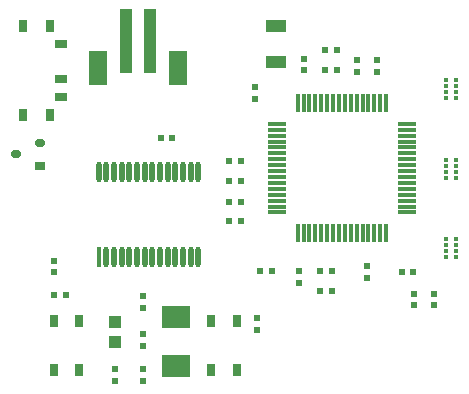
<source format=gtp>
G04*
G04 #@! TF.GenerationSoftware,Altium Limited,Altium Designer,18.1.9 (240)*
G04*
G04 Layer_Color=8421504*
%FSLAX25Y25*%
%MOIN*%
G70*
G01*
G75*
%ADD15R,0.06693X0.04331*%
%ADD16R,0.02362X0.02362*%
%ADD17R,0.02362X0.02362*%
%ADD18R,0.09449X0.07480*%
%ADD19R,0.01181X0.06299*%
%ADD20R,0.06299X0.01181*%
%ADD21R,0.01772X0.06890*%
%ADD22O,0.01772X0.06890*%
%ADD23R,0.01575X0.01181*%
%ADD24R,0.02559X0.04134*%
%ADD25R,0.03937X0.04331*%
%ADD26R,0.03543X0.02756*%
%ADD27O,0.03543X0.02756*%
%ADD28R,0.04331X0.02756*%
%ADD29R,0.03150X0.03937*%
%ADD30R,0.06299X0.11811*%
%ADD31R,0.03937X0.21654*%
D15*
X92913Y125197D02*
D03*
Y112992D02*
D03*
D16*
X107480Y43307D02*
D03*
X111417D02*
D03*
X107480Y36614D02*
D03*
X111417D02*
D03*
X87402Y43504D02*
D03*
X91339D02*
D03*
X112992Y116929D02*
D03*
X109055D02*
D03*
X112992Y110236D02*
D03*
X109055D02*
D03*
X58268Y87795D02*
D03*
X54331D02*
D03*
X134646Y42913D02*
D03*
X138583D02*
D03*
X81102Y59921D02*
D03*
X77165D02*
D03*
X81102Y73228D02*
D03*
X77165D02*
D03*
X81102Y66535D02*
D03*
X77165D02*
D03*
Y79921D02*
D03*
X81102D02*
D03*
X22835Y35433D02*
D03*
X18898D02*
D03*
D17*
X145571Y31890D02*
D03*
Y35827D02*
D03*
X100394Y39370D02*
D03*
Y43307D02*
D03*
X126378Y113779D02*
D03*
Y109843D02*
D03*
X119685Y113779D02*
D03*
Y109843D02*
D03*
X101969Y114173D02*
D03*
Y110236D02*
D03*
X85827Y100787D02*
D03*
Y104724D02*
D03*
X48425Y34882D02*
D03*
Y30945D02*
D03*
Y6693D02*
D03*
Y10630D02*
D03*
X138878Y31890D02*
D03*
Y35827D02*
D03*
X123228Y44882D02*
D03*
Y40945D02*
D03*
X18898Y42913D02*
D03*
Y46850D02*
D03*
X86614Y23622D02*
D03*
Y27559D02*
D03*
X38976Y6693D02*
D03*
Y10630D02*
D03*
X48524Y18504D02*
D03*
Y22441D02*
D03*
D18*
X59449Y27953D02*
D03*
Y11811D02*
D03*
D19*
X129527Y56102D02*
D03*
X127559D02*
D03*
X125591D02*
D03*
X123622D02*
D03*
X121653D02*
D03*
X119685D02*
D03*
X117717D02*
D03*
X115748D02*
D03*
X113779D02*
D03*
X111811D02*
D03*
X109843D02*
D03*
X107874D02*
D03*
X105905D02*
D03*
X103937D02*
D03*
X101969D02*
D03*
X100000D02*
D03*
Y99213D02*
D03*
X101969D02*
D03*
X103937D02*
D03*
X105905D02*
D03*
X107874D02*
D03*
X109843D02*
D03*
X111811D02*
D03*
X113779D02*
D03*
X115748D02*
D03*
X117717D02*
D03*
X119685D02*
D03*
X121653D02*
D03*
X123622D02*
D03*
X125591D02*
D03*
X127559D02*
D03*
X129527D02*
D03*
D20*
X93209Y62894D02*
D03*
Y64862D02*
D03*
Y66831D02*
D03*
Y68799D02*
D03*
Y70768D02*
D03*
Y72736D02*
D03*
Y74705D02*
D03*
Y76673D02*
D03*
Y78642D02*
D03*
Y80610D02*
D03*
Y82579D02*
D03*
Y84547D02*
D03*
Y86516D02*
D03*
Y88484D02*
D03*
Y90453D02*
D03*
Y92421D02*
D03*
X136319D02*
D03*
Y90453D02*
D03*
Y88484D02*
D03*
Y86516D02*
D03*
Y84547D02*
D03*
Y82579D02*
D03*
Y80610D02*
D03*
Y78642D02*
D03*
Y76673D02*
D03*
Y74705D02*
D03*
Y72736D02*
D03*
Y70768D02*
D03*
Y68799D02*
D03*
Y66831D02*
D03*
Y64862D02*
D03*
Y62894D02*
D03*
D21*
X33661Y48031D02*
D03*
D22*
X36220D02*
D03*
X38780D02*
D03*
X41339D02*
D03*
X43898D02*
D03*
X46457D02*
D03*
X49016D02*
D03*
X51575D02*
D03*
X54134D02*
D03*
X56693D02*
D03*
X59252D02*
D03*
X61811D02*
D03*
X64370D02*
D03*
X66929D02*
D03*
X33661Y76378D02*
D03*
X36220D02*
D03*
X38780D02*
D03*
X41339D02*
D03*
X43898D02*
D03*
X46457D02*
D03*
X49016D02*
D03*
X51575D02*
D03*
X54134D02*
D03*
X56693D02*
D03*
X59252D02*
D03*
X61811D02*
D03*
X64370D02*
D03*
X66929D02*
D03*
D23*
X149606Y76378D02*
D03*
X152756D02*
D03*
Y74410D02*
D03*
X149606D02*
D03*
Y78347D02*
D03*
X152756D02*
D03*
Y80315D02*
D03*
X149606D02*
D03*
Y50000D02*
D03*
X152756D02*
D03*
Y48031D02*
D03*
X149606D02*
D03*
Y51968D02*
D03*
X152756D02*
D03*
Y53937D02*
D03*
X149606D02*
D03*
X149606Y103150D02*
D03*
X152756D02*
D03*
Y101181D02*
D03*
X149606D02*
D03*
Y105118D02*
D03*
X152756D02*
D03*
Y107087D02*
D03*
X149606D02*
D03*
D24*
X79724Y26772D02*
D03*
X71260D02*
D03*
X79724Y10433D02*
D03*
X71260D02*
D03*
X18701D02*
D03*
X27165D02*
D03*
X18701Y26772D02*
D03*
X27165D02*
D03*
D25*
X38976Y19685D02*
D03*
Y26378D02*
D03*
D26*
X14173Y78543D02*
D03*
D27*
Y86024D02*
D03*
X6299Y82284D02*
D03*
D28*
X21063Y101378D02*
D03*
Y107283D02*
D03*
Y119095D02*
D03*
D29*
X17520Y125000D02*
D03*
X8465D02*
D03*
X17520Y95472D02*
D03*
X8465D02*
D03*
D30*
X33465Y111063D02*
D03*
X60236D02*
D03*
D31*
X42913Y119921D02*
D03*
X50787D02*
D03*
M02*

</source>
